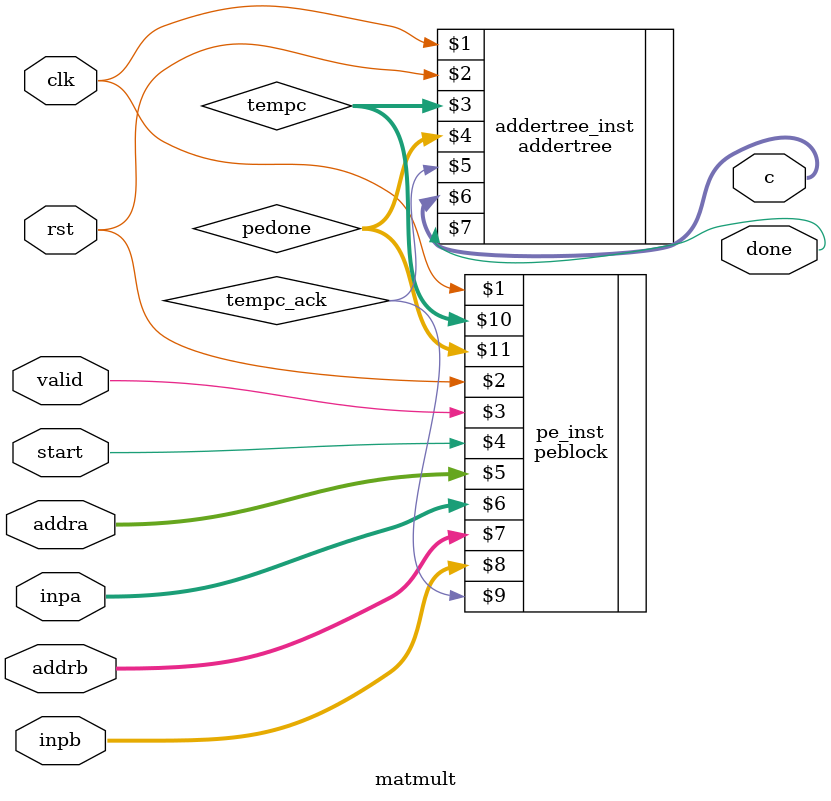
<source format=v>
`timescale 1ns / 1ps
module matmult(
    input clk,
    input rst,
    input valid,
    input start,
    input [2:0] addra,
    input [63:0] inpa,
    input [2:0] addrb,
    input [63:0] inpb,
    output [255:0] c,
    output done
);

wire [1023:0] tempc;
wire tempc_ack;
wire [7:0] pedone;


peblock pe_inst(clk,rst,valid,start,addra,inpa,addrb,inpb,tempc_ack, tempc,pedone);

addertree addertree_inst(clk,rst,tempc,pedone,tempc_ack,c,done);


endmodule

</source>
